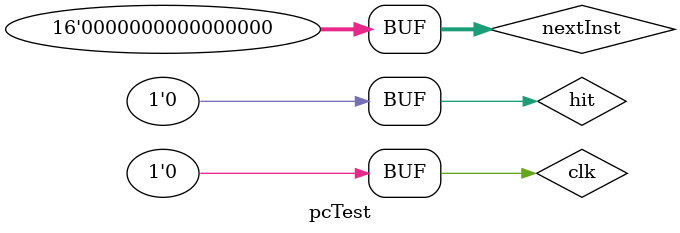
<source format=v>
`timescale 1ns / 1ps


module pcTest;

	// Inputs
	reg clk;
	reg [15:0] nextInst;
	reg hit;

	// Outputs
	wire [15:0] currentInst;

	// Instantiate the Unit Under Test (UUT)
	pc_reg uut (
		.clk(clk), 
		.nextInst(nextInst), 
		.currentInst(currentInst), 
		.hit(hit)
	);

	initial begin
		// Initialize Inputs
		clk = 0;
		nextInst = 0;
		hit = 0;

		// Wait 100 ns for global reset to finish
		#100;
        
		// Add stimulus here

	end
      
endmodule


</source>
